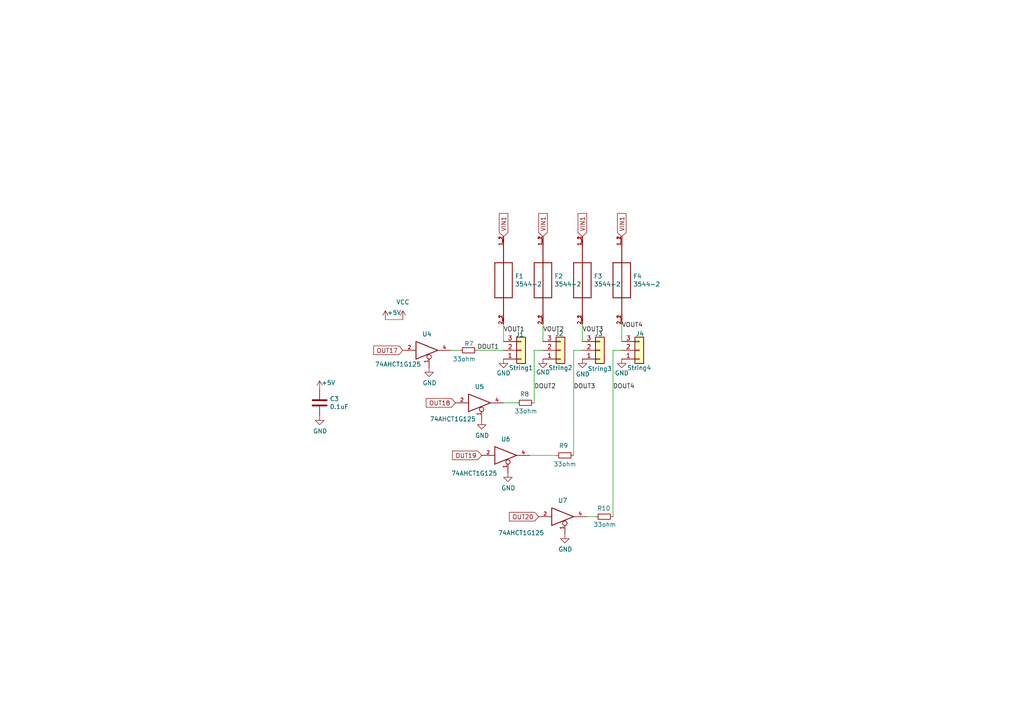
<source format=kicad_sch>
(kicad_sch (version 20230121) (generator eeschema)
  (paper "A4")
  (title_block (title "Button Station") (date "2023-09-23") (rev "v1") (company "Scott Hanson"))
  (lib_symbols
    (symbol "74xGxx:74AHCT1G125" (pin_names (offset 1.016))
      (property "Reference" "U" (at -2.54 3.81 0))
      (property "Value" "74AHCT1G125" (at 0 -3.81 0))
      (symbol "74AHCT1G125_0_1"
        (polyline (pts (xy -3.81 2.54) (xy -3.81 -2.54) (xy 2.54 0) (xy -3.81 2.54)) (stroke (width 0.254)))
      )
      (symbol "74AHCT1G125_1_1"
        (pin input inverted (at 0 5.08 270) (length 3.81) (name "~") (number "1"))
        (pin input line (at -7.62 0 0) (length 3.81) (name "~") (number "2"))
        (pin power_in line (at 1.27 -1.27 270) (length 0) hide (name "GND") (number "3"))
        (pin tri_state line (at 6.35 0 180) (length 3.81) (name "~") (number "4"))
        (pin power_in line (at 1.27 1.27 90) (length 0) hide (name "VCC") (number "5"))
      )
    )
    (symbol "Connector_Generic:Conn_01x03" (pin_names (offset 1.016) hide)
      (property "Reference" "J" (at 0 5.08 0))
      (property "Value" "Conn_01x03" (at 0 -5.08 0))
      (symbol "Conn_01x03_1_1"
        (rectangle (start -1.27 -2.413) (end 0 -2.667) (stroke (width 0.1524)))
        (rectangle (start -1.27 0.127) (end 0 -0.127) (stroke (width 0.1524)))
        (rectangle (start -1.27 2.667) (end 0 2.413) (stroke (width 0.1524)))
        (rectangle (start -1.27 3.81) (end 1.27 -3.81) (stroke (width 0.254)) (fill (type background)))
        (pin passive line (at -5.08 2.54 0) (length 3.81) (name "Pin_1") (number "1"))
        (pin passive line (at -5.08 0 0) (length 3.81) (name "Pin_2") (number "2"))
        (pin passive line (at -5.08 -2.54 0) (length 3.81) (name "Pin_3") (number "3"))
      )
    )
    (symbol "Device:R_Small" (pin_numbers hide) (pin_names (offset 0.254) hide)
      (property "Reference" "R" (at 0.762 0.508 0))
      (property "Value" "R_Small" (at 0.762 -1.016 0))
      (symbol "R_Small_0_1"
        (rectangle (start -0.762 1.778) (end 0.762 -1.778) (stroke (width 0.2032)))
      )
      (symbol "R_Small_1_1"
        (pin passive line (at 0 2.54 270) (length 0.762) (name "~") (number "1"))
        (pin passive line (at 0 -2.54 90) (length 0.762) (name "~") (number "2"))
      )
    )
    (symbol "WingsStation-rescue:3544-2-Keystone_Fuse" (pin_names (offset 1.016) hide)
      (property "Reference" "F" (at -5.08 3.302 0))
      (property "Value" "3544-2-Keystone_Fuse" (at -5.08 -5.08 0))
      (symbol "3544-2-Keystone_Fuse_0_0"
        (polyline (pts (xy -12.7 0) (xy 12.7 0)) (stroke (width 0.254)))
        (polyline (pts (xy -5.08 -2.54) (xy -5.08 2.54)) (stroke (width 0.254)))
        (polyline (pts (xy -5.08 2.54) (xy 5.08 2.54)) (stroke (width 0.254)))
        (polyline (pts (xy 5.08 -2.54) (xy -5.08 -2.54)) (stroke (width 0.254)))
        (polyline (pts (xy 5.08 2.54) (xy 5.08 -2.54)) (stroke (width 0.254)))
        (pin passive line (at -12.7 0 0) (length 2.54) (name "1") (number "1_1"))
        (pin passive line (at -12.7 0 0) (length 2.54) (name "1") (number "1_2"))
        (pin passive line (at 12.7 0 180) (length 2.54) (name "2") (number "2_1"))
        (pin passive line (at 12.7 0 180) (length 2.54) (name "2") (number "2_2"))
      )
    )
    (symbol "WingsStation-rescue:C-Device" (pin_numbers hide) (pin_names (offset 0.254))
      (property "Reference" "C" (at 0.635 2.54 0))
      (property "Value" "C-Device" (at 0.635 -2.54 0))
      (symbol "C-Device_0_1"
        (polyline (pts (xy -2.032 -0.762) (xy 2.032 -0.762)) (stroke (width 0.508)))
        (polyline (pts (xy -2.032 0.762) (xy 2.032 0.762)) (stroke (width 0.508)))
      )
      (symbol "C-Device_1_1"
        (pin passive line (at 0 3.81 270) (length 2.794) (name "~") (number "1"))
        (pin passive line (at 0 -3.81 90) (length 2.794) (name "~") (number "2"))
      )
    )
    (symbol "power:+5V" (power) (pin_names (offset 0))
      (property "Value" "+5V" (at 0 3.556 0))
      (symbol "+5V_0_1"
        (polyline (pts (xy -0.762 1.27) (xy 0 2.54)))
        (polyline (pts (xy 0 0) (xy 0 2.54)))
        (polyline (pts (xy 0 2.54) (xy 0.762 1.27)))
      )
      (symbol "+5V_1_1"
        (pin power_in line (at 0 0 90) (length 0) hide (name "+5V") (number "1"))
      )
    )
    (symbol "power:GND" (power) (pin_names (offset 0))
      (property "Value" "GND" (at 0 -3.81 0))
      (symbol "GND_0_1"
        (polyline (pts (xy 0 0) (xy 0 -1.27) (xy 1.27 -1.27) (xy 0 -2.54) (xy -1.27 -1.27) (xy 0 -1.27)))
      )
      (symbol "GND_1_1"
        (pin power_in line (at 0 0 270) (length 0) hide (name "GND") (number "1"))
      )
    )
    (symbol "power:VCC" (power) (pin_names (offset 0))
      (property "Value" "VCC" (at 0 3.81 0))
      (symbol "VCC_0_1"
        (polyline (pts (xy -0.762 1.27) (xy 0 2.54)))
        (polyline (pts (xy 0 0) (xy 0 2.54)))
        (polyline (pts (xy 0 2.54) (xy 0.762 1.27)))
      )
      (symbol "VCC_1_1"
        (pin power_in line (at 0 0 90) (length 0) hide (name "VCC") (number "1"))
      )
    )
  )
  (wire (pts (xy 146.05 93.98) (xy 146.05 99.06)))
  (wire (pts (xy 177.8 101.6) (xy 180.34 101.6)))
  (wire (pts (xy 166.37 101.6) (xy 168.91 101.6)))
  (wire (pts (xy 153.67 132.08) (xy 161.29 132.08)))
  (wire (pts (xy 157.48 99.06) (xy 157.48 93.98)))
  (wire (pts (xy 111.76 92.71) (xy 116.84 92.71)))
  (wire (pts (xy 166.37 101.6) (xy 166.37 132.08)))
  (wire (pts (xy 157.48 101.6) (xy 154.94 101.6)))
  (wire (pts (xy 146.05 116.84) (xy 149.86 116.84)))
  (wire (pts (xy 180.34 99.06) (xy 180.34 93.98)))
  (wire (pts (xy 154.94 101.6) (xy 154.94 116.84)))
  (wire (pts (xy 130.81 101.6) (xy 133.35 101.6)))
  (wire (pts (xy 177.8 101.6) (xy 177.8 149.86)))
  (wire (pts (xy 170.18 149.86) (xy 172.72 149.86)))
  (wire (pts (xy 138.43 101.6) (xy 146.05 101.6)))
  (wire (pts (xy 168.91 93.98) (xy 168.91 99.06)))
  (label "DOUT1" (at 138.43 101.6 0))
  (label "VOUT2" (at 157.48 96.52 0))
  (label "VOUT3" (at 168.91 96.52 0))
  (label "DOUT4" (at 177.8 113.03 0))
  (label "DOUT2" (at 154.94 113.03 0))
  (label "VOUT1" (at 146.05 96.52 0))
  (label "VOUT4" (at 180.34 95.25 0))
  (label "DOUT3" (at 166.37 113.03 0))
  (global_label "VIN1" (shape input) (at 168.91 68.58 90) (property "Intersheetrefs" "${INTERSHEET_REFS}" (effects hide)))
  (global_label "VIN1" (shape input) (at 146.05 68.58 90) (property "Intersheetrefs" "${INTERSHEET_REFS}" (effects hide)))
  (global_label "OUT17" (shape input) (at 116.84 101.6 180) (property "Intersheetrefs" "${INTERSHEET_REFS}" (effects hide)))
  (global_label "VIN1" (shape input) (at 157.48 68.58 90) (property "Intersheetrefs" "${INTERSHEET_REFS}" (effects hide)))
  (global_label "OUT18" (shape input) (at 132.08 116.84 180) (property "Intersheetrefs" "${INTERSHEET_REFS}" (effects hide)))
  (global_label "OUT20" (shape input) (at 156.21 149.86 180) (property "Intersheetrefs" "${INTERSHEET_REFS}" (effects hide)))
  (global_label "VIN1" (shape input) (at 180.34 68.58 90) (property "Intersheetrefs" "${INTERSHEET_REFS}" (effects hide)))
  (global_label "OUT19" (shape input) (at 139.7 132.08 180) (property "Intersheetrefs" "${INTERSHEET_REFS}" (effects hide)))
  (symbol (lib_id "Connector_Generic:Conn_01x03") (at 151.13 101.6 0) (mirror x) (unit 1)
    (property "Reference" "J1" (at 149.606 97.028 0) (effects (justify left)))
    (property "Value" "String1" (at 147.574 106.68 0) (effects (justify left)))
    (property "Footprint" "Connector_Phoenix_MC:PhoenixContact_MCV_1,5_3-G-3.5_1x03_P3.50mm_Vertical" (effects hide))
    (property "Digi-Key_PN" "277-5737-ND/ED10555-ND" (effects hide))
    (property "MPN" "1843619/OSTTJ0311530" (effects hide))
    (property "LCSC_PN" "C192778" (effects hide))
  )
  (symbol (lib_id "Connector_Generic:Conn_01x03") (at 162.56 101.6 0) (mirror x) (unit 1)
    (property "Reference" "J2" (at 161.036 96.774 0) (effects (justify left)))
    (property "Value" "String2" (at 159.004 106.68 0) (effects (justify left)))
    (property "Footprint" "Connector_Phoenix_MC:PhoenixContact_MCV_1,5_3-G-3.5_1x03_P3.50mm_Vertical" (effects hide))
    (property "Digi-Key_PN" "277-5737-ND/ED10555-ND" (effects hide))
    (property "MPN" "1843619/OSTTJ0311530" (effects hide))
    (property "LCSC_PN" "C192778" (effects hide))
  )
  (symbol (lib_id "Connector_Generic:Conn_01x03") (at 173.99 101.6 0) (mirror x) (unit 1)
    (property "Reference" "J3" (at 172.466 96.774 0) (effects (justify left)))
    (property "Value" "String3" (at 170.434 106.934 0) (effects (justify left)))
    (property "Footprint" "Connector_Phoenix_MC:PhoenixContact_MCV_1,5_3-G-3.5_1x03_P3.50mm_Vertical" (effects hide))
    (property "Digi-Key_PN" "277-5737-ND/ED10555-ND" (effects hide))
    (property "MPN" "1843619/OSTTJ0311530" (effects hide))
    (property "LCSC_PN" "C192778" (effects hide))
  )
  (symbol (lib_id "Connector_Generic:Conn_01x03") (at 185.42 101.6 0) (mirror x) (unit 1)
    (property "Reference" "J4" (at 184.404 96.774 0) (effects (justify left)))
    (property "Value" "String4" (at 181.864 106.68 0) (effects (justify left)))
    (property "Footprint" "Connector_Phoenix_MC:PhoenixContact_MCV_1,5_3-G-3.5_1x03_P3.50mm_Vertical" (effects hide))
    (property "Digi-Key_PN" "277-5737-ND/ED10555-ND" (effects hide))
    (property "MPN" "1843619/OSTTJ0311530" (effects hide))
    (property "LCSC_PN" "C192778" (effects hide))
  )
  (symbol (lib_id "power:GND") (at 146.05 104.14 0) (unit 1)
    (property "Reference" "#PWR012" (effects hide))
    (property "Value" "GND" (at 146.05 108.204 0))
  )
  (symbol (lib_id "power:GND") (at 157.48 104.14 0) (unit 1)
    (property "Reference" "#PWR013" (effects hide))
    (property "Value" "GND" (at 157.48 107.95 0))
  )
  (symbol (lib_id "power:GND") (at 168.91 104.14 0) (unit 1)
    (property "Reference" "#PWR014" (effects hide))
    (property "Value" "GND" (at 169.037 108.5342 0))
  )
  (symbol (lib_id "power:GND") (at 180.34 104.14 0) (unit 1)
    (property "Reference" "#PWR015" (effects hide))
    (property "Value" "GND" (at 180.34 108.204 0))
  )
  (symbol (lib_id "WingsStation-rescue:3544-2-Keystone_Fuse") (at 157.48 81.28 270) (unit 1)
    (property "Reference" "F2" (at 160.782 80.1116 90) (effects (justify left)))
    (property "Value" "3544-2" (at 160.782 82.423 90) (effects (justify left)))
    (property "Footprint" "Scotts:FUSE_3544-2" (effects hide))
    (property "Field4" "3544-2" (effects hide))
    (property "Field5" "None" (effects hide))
    (property "Field6" "Unavailable" (effects hide))
    (property "Field7" "Fuse Clip; 500 VAC; 30 A; PCB; For 0.110 in. x 0.032 in. mini blade fuses" (effects hide))
    (property "Field8" "Keystone Electronics" (effects hide))
    (property "Digi-Key_PN" "36-3544-2-ND" (effects hide))
    (property "MPN" "3544-2" (effects hide))
    (property "LCSC_PN" "C492610" (effects hide))
  )
  (symbol (lib_id "WingsStation-rescue:3544-2-Keystone_Fuse") (at 168.91 81.28 270) (unit 1)
    (property "Reference" "F3" (at 172.212 80.1116 90) (effects (justify left)))
    (property "Value" "3544-2" (at 172.212 82.423 90) (effects (justify left)))
    (property "Footprint" "Scotts:FUSE_3544-2" (effects hide))
    (property "Field4" "3544-2" (effects hide))
    (property "Field5" "None" (effects hide))
    (property "Field6" "Unavailable" (effects hide))
    (property "Field7" "Fuse Clip; 500 VAC; 30 A; PCB; For 0.110 in. x 0.032 in. mini blade fuses" (effects hide))
    (property "Field8" "Keystone Electronics" (effects hide))
    (property "Digi-Key_PN" "36-3544-2-ND" (effects hide))
    (property "MPN" "3544-2" (effects hide))
    (property "LCSC_PN" "C492610" (effects hide))
  )
  (symbol (lib_id "WingsStation-rescue:3544-2-Keystone_Fuse") (at 180.34 81.28 270) (unit 1)
    (property "Reference" "F4" (at 183.642 80.1116 90) (effects (justify left)))
    (property "Value" "3544-2" (at 183.642 82.423 90) (effects (justify left)))
    (property "Footprint" "Scotts:FUSE_3544-2" (effects hide))
    (property "Field4" "3544-2" (effects hide))
    (property "Field5" "None" (effects hide))
    (property "Field6" "Unavailable" (effects hide))
    (property "Field7" "Fuse Clip; 500 VAC; 30 A; PCB; For 0.110 in. x 0.032 in. mini blade fuses" (effects hide))
    (property "Field8" "Keystone Electronics" (effects hide))
    (property "Digi-Key_PN" "36-3544-2-ND" (effects hide))
    (property "MPN" "3544-2" (effects hide))
    (property "LCSC_PN" "C492610" (effects hide))
  )
  (symbol (lib_id "power:GND") (at 92.71 120.65 0) (unit 1)
    (property "Reference" "#PWR011" (effects hide))
    (property "Value" "GND" (at 92.837 125.0442 0))
  )
  (symbol (lib_id "WingsStation-rescue:C-Device") (at 92.71 116.84 0) (unit 1)
    (property "Reference" "C3" (at 95.631 115.6716 0) (effects (justify left)))
    (property "Value" "0.1uF" (at 95.631 117.983 0) (effects (justify left)))
    (property "Footprint" "Capacitor_SMD:C_0603_1608Metric_Pad1.08x0.95mm_HandSolder" (effects hide))
    (property "Digi-Key_PN" "1276-1935-2-ND" (effects hide))
    (property "MPN" "CL10B104KB8NNWC" (effects hide))
    (property "LCSC_PN" "C14663" (effects hide))
  )
  (symbol (lib_id "power:+5V") (at 92.71 113.03 0) (unit 1)
    (property "Reference" "#PWR0102" (effects hide))
    (property "Value" "+5V" (at 95.25 110.998 0))
  )
  (symbol (lib_id "WingsStation-rescue:3544-2-Keystone_Fuse") (at 146.05 81.28 270) (unit 1)
    (property "Reference" "F1" (at 149.352 80.1116 90) (effects (justify left)))
    (property "Value" "3544-2" (at 149.352 82.423 90) (effects (justify left)))
    (property "Footprint" "Scotts:FUSE_3544-2" (effects hide))
    (property "Field4" "3544-2" (effects hide))
    (property "Field5" "None" (effects hide))
    (property "Field6" "Unavailable" (effects hide))
    (property "Field7" "Fuse Clip; 500 VAC; 30 A; PCB; For 0.110 in. x 0.032 in. mini blade fuses" (effects hide))
    (property "Field8" "Keystone Electronics" (effects hide))
    (property "Digi-Key_PN" "36-3544-2-ND" (effects hide))
    (property "MPN" "3544-2" (effects hide))
    (property "LCSC_PN" "C492610" (effects hide))
  )
  (symbol (lib_id "Device:R_Small") (at 135.89 101.6 270) (unit 1)
    (property "Reference" "R7" (at 136.017 99.695 90))
    (property "Value" "33ohm" (at 134.62 104.14 90))
    (property "Footprint" "Resistor_SMD:R_0603_1608Metric_Pad0.98x0.95mm_HandSolder" (effects hide))
    (property "LCSC_PN" "C23140" (effects hide))
    (property "Digi-Key_PN" "311-33GRCT-ND" (effects hide))
    (property "MPN" "RC0603JR-0733RL" (effects hide))
  )
  (symbol (lib_id "Device:R_Small") (at 152.4 116.84 270) (unit 1)
    (property "Reference" "R8" (at 152.146 114.3 90))
    (property "Value" "33ohm" (at 152.527 119.253 90))
    (property "Footprint" "Resistor_SMD:R_0603_1608Metric_Pad0.98x0.95mm_HandSolder" (effects hide))
    (property "LCSC_PN" "C23140" (effects hide))
    (property "Digi-Key_PN" "311-33GRCT-ND" (effects hide))
    (property "MPN" "RC0603JR-0733RL" (effects hide))
  )
  (symbol (lib_id "Device:R_Small") (at 175.26 149.86 270) (unit 1)
    (property "Reference" "R10" (at 175.133 147.447 90))
    (property "Value" "33ohm" (at 175.387 152.146 90))
    (property "Footprint" "Resistor_SMD:R_0603_1608Metric_Pad0.98x0.95mm_HandSolder" (effects hide))
    (property "LCSC_PN" "C23140" (effects hide))
    (property "Digi-Key_PN" "311-33GRCT-ND" (effects hide))
    (property "MPN" "RC0603JR-0733RL" (effects hide))
  )
  (symbol (lib_id "Device:R_Small") (at 163.83 132.08 270) (unit 1)
    (property "Reference" "R9" (at 163.449 129.286 90))
    (property "Value" "33ohm" (at 163.83 134.62 90))
    (property "Footprint" "Resistor_SMD:R_0603_1608Metric_Pad0.98x0.95mm_HandSolder" (effects hide))
    (property "LCSC_PN" "C23140" (effects hide))
    (property "Digi-Key_PN" "311-33GRCT-ND" (effects hide))
    (property "MPN" "RC0603JR-0733RL" (effects hide))
  )
  (symbol (lib_id "power:VCC") (at 116.84 92.71 0) (unit 1)
    (property "Reference" "#PWR0103" (effects hide))
    (property "Value" "VCC" (at 116.84 87.63 0))
  )
  (symbol (lib_id "74xGxx:74AHCT1G125") (at 163.83 149.86 0) (mirror x) (unit 1)
    (property "Reference" "U7" (at 163.195 145.1705 0))
    (property "Value" "74AHCT1G125" (at 151.13 154.559 0))
    (property "Footprint" "Package_SO:TSOP-5_1.65x3.05mm_P0.95mm" (effects hide))
    (property "Datasheet" "http://www.ti.com/lit/sg/scyt129e/scyt129e.pdf" (effects hide))
    (property "Digi-Key_PN" "74AHCT1G125W5-7DICT-ND" (effects hide))
    (property "LCSC_PN" "C7484" (effects hide))
    (property "MPN" "74AHCT1G125W5-7" (effects hide))
  )
  (symbol (lib_id "power:GND") (at 139.7 121.92 0) (unit 1)
    (property "Reference" "#PWR05" (effects hide))
    (property "Value" "GND" (at 139.827 126.3142 0))
  )
  (symbol (lib_id "power:GND") (at 147.32 137.16 0) (unit 1)
    (property "Reference" "#PWR07" (effects hide))
    (property "Value" "GND" (at 147.447 141.5542 0))
  )
  (symbol (lib_id "74xGxx:74AHCT1G125") (at 139.7 116.84 0) (mirror x) (unit 1)
    (property "Reference" "U5" (at 139.065 112.1505 0))
    (property "Value" "74AHCT1G125" (at 131.318 121.539 0))
    (property "Footprint" "Package_SO:TSOP-5_1.65x3.05mm_P0.95mm" (effects hide))
    (property "Datasheet" "http://www.ti.com/lit/sg/scyt129e/scyt129e.pdf" (effects hide))
    (property "Digi-Key_PN" "74AHCT1G125W5-7DICT-ND" (effects hide))
    (property "LCSC_PN" "C7484" (effects hide))
    (property "MPN" "74AHCT1G125W5-7" (effects hide))
  )
  (symbol (lib_id "power:+5V") (at 111.76 92.71 0) (unit 1)
    (property "Reference" "#PWR0106" (effects hide))
    (property "Value" "+5V" (at 114.3 90.678 0))
  )
  (symbol (lib_id "power:GND") (at 163.83 154.94 0) (unit 1)
    (property "Reference" "#PWR023" (effects hide))
    (property "Value" "GND" (at 163.957 159.3342 0))
  )
  (symbol (lib_id "power:GND") (at 124.46 106.68 0) (unit 1)
    (property "Reference" "#PWR04" (effects hide))
    (property "Value" "GND" (at 124.587 111.0742 0))
  )
  (symbol (lib_id "74xGxx:74AHCT1G125") (at 124.46 101.6 0) (mirror x) (unit 1)
    (property "Reference" "U4" (at 123.825 96.9105 0))
    (property "Value" "74AHCT1G125" (at 115.443 105.664 0))
    (property "Footprint" "Package_SO:TSOP-5_1.65x3.05mm_P0.95mm" (effects hide))
    (property "Datasheet" "http://www.ti.com/lit/sg/scyt129e/scyt129e.pdf" (effects hide))
    (property "Digi-Key_PN" "74AHCT1G125W5-7DICT-ND" (effects hide))
    (property "LCSC_PN" "C7484" (effects hide))
    (property "MPN" "74AHCT1G125W5-7" (effects hide))
  )
  (symbol (lib_id "74xGxx:74AHCT1G125") (at 147.32 132.08 0) (mirror x) (unit 1)
    (property "Reference" "U6" (at 146.685 127.3905 0))
    (property "Value" "74AHCT1G125" (at 137.541 137.287 0))
    (property "Footprint" "Package_SO:TSOP-5_1.65x3.05mm_P0.95mm" (effects hide))
    (property "Datasheet" "http://www.ti.com/lit/sg/scyt129e/scyt129e.pdf" (effects hide))
    (property "Digi-Key_PN" "74AHCT1G125W5-7DICT-ND" (effects hide))
    (property "LCSC_PN" "C7484" (effects hide))
    (property "MPN" "74AHCT1G125W5-7" (effects hide))
  )
)
</source>
